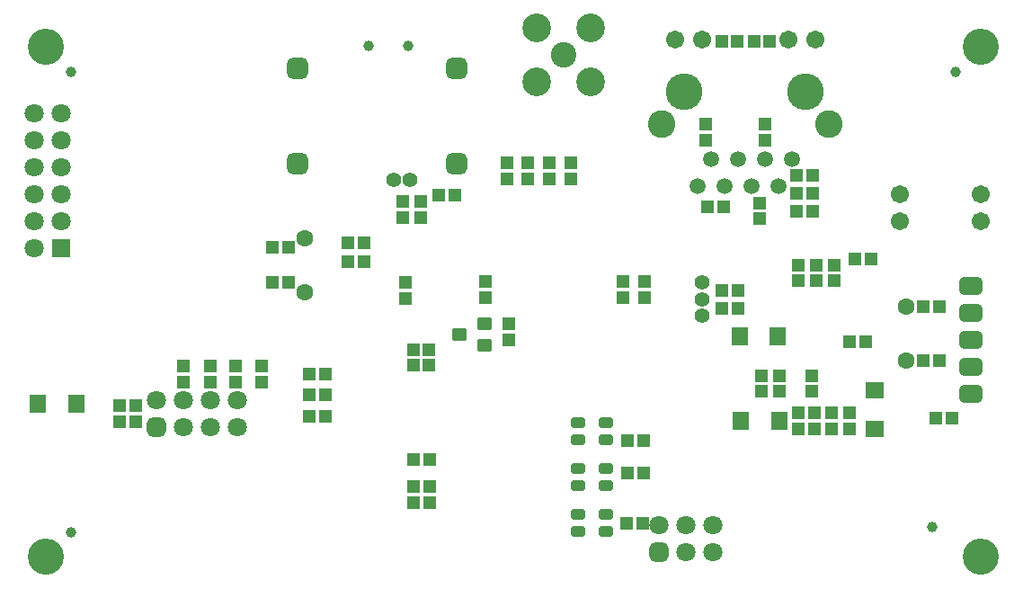
<source format=gbs>
%FSLAX44Y44*%
%MOMM*%
G71*
G01*
G75*
G04 Layer_Color=16711935*
%ADD10C,1.1000*%
%ADD11C,0.4000*%
%ADD12C,0.1500*%
%ADD13C,0.2000*%
%ADD14C,0.3000*%
%ADD15R,1.0000X1.0000*%
%ADD16R,1.0000X1.0000*%
G04:AMPARAMS|DCode=17|XSize=1.2mm|YSize=0.8mm|CornerRadius=0.2mm|HoleSize=0mm|Usage=FLASHONLY|Rotation=180.000|XOffset=0mm|YOffset=0mm|HoleType=Round|Shape=RoundedRectangle|*
%AMROUNDEDRECTD17*
21,1,1.2000,0.4000,0,0,180.0*
21,1,0.8000,0.8000,0,0,180.0*
1,1,0.4000,-0.4000,0.2000*
1,1,0.4000,0.4000,0.2000*
1,1,0.4000,0.4000,-0.2000*
1,1,0.4000,-0.4000,-0.2000*
%
%ADD17ROUNDEDRECTD17*%
%ADD18R,1.8000X1.5000*%
G04:AMPARAMS|DCode=19|XSize=1.5mm|YSize=0.4mm|CornerRadius=0.1mm|HoleSize=0mm|Usage=FLASHONLY|Rotation=90.000|XOffset=0mm|YOffset=0mm|HoleType=Round|Shape=RoundedRectangle|*
%AMROUNDEDRECTD19*
21,1,1.5000,0.2000,0,0,90.0*
21,1,1.3000,0.4000,0,0,90.0*
1,1,0.2000,0.1000,0.6500*
1,1,0.2000,0.1000,-0.6500*
1,1,0.2000,-0.1000,-0.6500*
1,1,0.2000,-0.1000,0.6500*
%
%ADD19ROUNDEDRECTD19*%
G04:AMPARAMS|DCode=20|XSize=1.5mm|YSize=0.38mm|CornerRadius=0.095mm|HoleSize=0mm|Usage=FLASHONLY|Rotation=90.000|XOffset=0mm|YOffset=0mm|HoleType=Round|Shape=RoundedRectangle|*
%AMROUNDEDRECTD20*
21,1,1.5000,0.1900,0,0,90.0*
21,1,1.3100,0.3800,0,0,90.0*
1,1,0.1900,0.0950,0.6550*
1,1,0.1900,0.0950,-0.6550*
1,1,0.1900,-0.0950,-0.6550*
1,1,0.1900,-0.0950,0.6550*
%
%ADD20ROUNDEDRECTD20*%
%ADD21R,1.0000X2.2500*%
%ADD22O,0.6000X1.6000*%
G04:AMPARAMS|DCode=23|XSize=2.8mm|YSize=1.2mm|CornerRadius=0.3mm|HoleSize=0mm|Usage=FLASHONLY|Rotation=270.000|XOffset=0mm|YOffset=0mm|HoleType=Round|Shape=RoundedRectangle|*
%AMROUNDEDRECTD23*
21,1,2.8000,0.6000,0,0,270.0*
21,1,2.2000,1.2000,0,0,270.0*
1,1,0.6000,-0.3000,-1.1000*
1,1,0.6000,-0.3000,1.1000*
1,1,0.6000,0.3000,1.1000*
1,1,0.6000,0.3000,-1.1000*
%
%ADD23ROUNDEDRECTD23*%
G04:AMPARAMS|DCode=24|XSize=1mm|YSize=1.2mm|CornerRadius=0.125mm|HoleSize=0mm|Usage=FLASHONLY|Rotation=180.000|XOffset=0mm|YOffset=0mm|HoleType=Round|Shape=RoundedRectangle|*
%AMROUNDEDRECTD24*
21,1,1.0000,0.9500,0,0,180.0*
21,1,0.7500,1.2000,0,0,180.0*
1,1,0.2500,-0.3750,0.4750*
1,1,0.2500,0.3750,0.4750*
1,1,0.2500,0.3750,-0.4750*
1,1,0.2500,-0.3750,-0.4750*
%
%ADD24ROUNDEDRECTD24*%
%ADD25R,1.3000X1.6000*%
G04:AMPARAMS|DCode=26|XSize=2.5mm|YSize=2.5mm|CornerRadius=0.625mm|HoleSize=0mm|Usage=FLASHONLY|Rotation=180.000|XOffset=0mm|YOffset=0mm|HoleType=Round|Shape=RoundedRectangle|*
%AMROUNDEDRECTD26*
21,1,2.5000,1.2500,0,0,180.0*
21,1,1.2500,2.5000,0,0,180.0*
1,1,1.2500,-0.6250,0.6250*
1,1,1.2500,0.6250,0.6250*
1,1,1.2500,0.6250,-0.6250*
1,1,1.2500,-0.6250,-0.6250*
%
%ADD26ROUNDEDRECTD26*%
G04:AMPARAMS|DCode=27|XSize=0.25mm|YSize=0.85mm|CornerRadius=0.0625mm|HoleSize=0mm|Usage=FLASHONLY|Rotation=180.000|XOffset=0mm|YOffset=0mm|HoleType=Round|Shape=RoundedRectangle|*
%AMROUNDEDRECTD27*
21,1,0.2500,0.7250,0,0,180.0*
21,1,0.1250,0.8500,0,0,180.0*
1,1,0.1250,-0.0625,0.3625*
1,1,0.1250,0.0625,0.3625*
1,1,0.1250,0.0625,-0.3625*
1,1,0.1250,-0.0625,-0.3625*
%
%ADD27ROUNDEDRECTD27*%
G04:AMPARAMS|DCode=28|XSize=0.25mm|YSize=0.85mm|CornerRadius=0.0625mm|HoleSize=0mm|Usage=FLASHONLY|Rotation=270.000|XOffset=0mm|YOffset=0mm|HoleType=Round|Shape=RoundedRectangle|*
%AMROUNDEDRECTD28*
21,1,0.2500,0.7250,0,0,270.0*
21,1,0.1250,0.8500,0,0,270.0*
1,1,0.1250,-0.3625,-0.0625*
1,1,0.1250,-0.3625,0.0625*
1,1,0.1250,0.3625,0.0625*
1,1,0.1250,0.3625,-0.0625*
%
%ADD28ROUNDEDRECTD28*%
%ADD29R,1.6000X1.3000*%
%ADD30O,1.3000X0.4500*%
%ADD31O,1.3000X0.3000*%
%ADD32O,0.3000X1.3000*%
%ADD33R,0.9000X1.2000*%
%ADD34R,1.0000X1.4000*%
%ADD35C,1.0000*%
%ADD36O,1.9500X0.5500*%
%ADD37O,0.5500X1.9500*%
G04:AMPARAMS|DCode=38|XSize=3mm|YSize=1.5mm|CornerRadius=0.375mm|HoleSize=0mm|Usage=FLASHONLY|Rotation=270.000|XOffset=0mm|YOffset=0mm|HoleType=Round|Shape=RoundedRectangle|*
%AMROUNDEDRECTD38*
21,1,3.0000,0.7500,0,0,270.0*
21,1,2.2500,1.5000,0,0,270.0*
1,1,0.7500,-0.3750,-1.1250*
1,1,0.7500,-0.3750,1.1250*
1,1,0.7500,0.3750,1.1250*
1,1,0.7500,0.3750,-1.1250*
%
%ADD38ROUNDEDRECTD38*%
%ADD39O,0.7000X1.7000*%
G04:AMPARAMS|DCode=40|XSize=2mm|YSize=1mm|CornerRadius=0.25mm|HoleSize=0mm|Usage=FLASHONLY|Rotation=270.000|XOffset=0mm|YOffset=0mm|HoleType=Round|Shape=RoundedRectangle|*
%AMROUNDEDRECTD40*
21,1,2.0000,0.5000,0,0,270.0*
21,1,1.5000,1.0000,0,0,270.0*
1,1,0.5000,-0.2500,-0.7500*
1,1,0.5000,-0.2500,0.7500*
1,1,0.5000,0.2500,0.7500*
1,1,0.5000,0.2500,-0.7500*
%
%ADD40ROUNDEDRECTD40*%
G04:AMPARAMS|DCode=41|XSize=2mm|YSize=1mm|CornerRadius=0.25mm|HoleSize=0mm|Usage=FLASHONLY|Rotation=180.000|XOffset=0mm|YOffset=0mm|HoleType=Round|Shape=RoundedRectangle|*
%AMROUNDEDRECTD41*
21,1,2.0000,0.5000,0,0,180.0*
21,1,1.5000,1.0000,0,0,180.0*
1,1,0.5000,-0.7500,0.2500*
1,1,0.5000,0.7500,0.2500*
1,1,0.5000,0.7500,-0.2500*
1,1,0.5000,-0.7500,-0.2500*
%
%ADD41ROUNDEDRECTD41*%
G04:AMPARAMS|DCode=42|XSize=1mm|YSize=0.55mm|CornerRadius=0.1375mm|HoleSize=0mm|Usage=FLASHONLY|Rotation=0.000|XOffset=0mm|YOffset=0mm|HoleType=Round|Shape=RoundedRectangle|*
%AMROUNDEDRECTD42*
21,1,1.0000,0.2750,0,0,0.0*
21,1,0.7250,0.5500,0,0,0.0*
1,1,0.2750,0.3625,-0.1375*
1,1,0.2750,-0.3625,-0.1375*
1,1,0.2750,-0.3625,0.1375*
1,1,0.2750,0.3625,0.1375*
%
%ADD42ROUNDEDRECTD42*%
%ADD43C,0.2500*%
%ADD44C,0.1800*%
%ADD45C,0.5000*%
%ADD46C,0.8000*%
%ADD47C,1.2000*%
%ADD48C,1.6000*%
%ADD49R,1.6000X1.6000*%
%ADD50C,1.4000*%
%ADD51C,3.2000*%
G04:AMPARAMS|DCode=52|XSize=1.5mm|YSize=2mm|CornerRadius=0.375mm|HoleSize=0mm|Usage=FLASHONLY|Rotation=270.000|XOffset=0mm|YOffset=0mm|HoleType=Round|Shape=RoundedRectangle|*
%AMROUNDEDRECTD52*
21,1,1.5000,1.2500,0,0,270.0*
21,1,0.7500,2.0000,0,0,270.0*
1,1,0.7500,-0.6250,-0.3750*
1,1,0.7500,-0.6250,0.3750*
1,1,0.7500,0.6250,0.3750*
1,1,0.7500,0.6250,-0.3750*
%
%ADD52ROUNDEDRECTD52*%
%ADD53C,1.5000*%
%ADD54C,1.3000*%
%ADD55C,3.2500*%
%ADD56C,2.4000*%
%ADD57C,2.5000*%
%ADD58C,2.2000*%
G04:AMPARAMS|DCode=59|XSize=1.6mm|YSize=1.6mm|CornerRadius=0.4mm|HoleSize=0mm|Usage=FLASHONLY|Rotation=180.000|XOffset=0mm|YOffset=0mm|HoleType=Round|Shape=RoundedRectangle|*
%AMROUNDEDRECTD59*
21,1,1.6000,0.8000,0,0,180.0*
21,1,0.8000,1.6000,0,0,180.0*
1,1,0.8000,-0.4000,0.4000*
1,1,0.8000,0.4000,0.4000*
1,1,0.8000,0.4000,-0.4000*
1,1,0.8000,-0.4000,-0.4000*
%
%ADD59ROUNDEDRECTD59*%
%ADD60C,0.6000*%
G04:AMPARAMS|DCode=61|XSize=1mm|YSize=1.2mm|CornerRadius=0.125mm|HoleSize=0mm|Usage=FLASHONLY|Rotation=90.000|XOffset=0mm|YOffset=0mm|HoleType=Round|Shape=RoundedRectangle|*
%AMROUNDEDRECTD61*
21,1,1.0000,0.9500,0,0,90.0*
21,1,0.7500,1.2000,0,0,90.0*
1,1,0.2500,0.4750,0.3750*
1,1,0.2500,0.4750,-0.3750*
1,1,0.2500,-0.4750,-0.3750*
1,1,0.2500,-0.4750,0.3750*
%
%ADD61ROUNDEDRECTD61*%
G04:AMPARAMS|DCode=62|XSize=1.8mm|YSize=1.8mm|CornerRadius=0.45mm|HoleSize=0mm|Usage=FLASHONLY|Rotation=180.000|XOffset=0mm|YOffset=0mm|HoleType=Round|Shape=RoundedRectangle|*
%AMROUNDEDRECTD62*
21,1,1.8000,0.9000,0,0,180.0*
21,1,0.9000,1.8000,0,0,180.0*
1,1,0.9000,-0.4500,0.4500*
1,1,0.9000,0.4500,0.4500*
1,1,0.9000,0.4500,-0.4500*
1,1,0.9000,-0.4500,-0.4500*
%
%ADD62ROUNDEDRECTD62*%
%ADD63C,0.6000*%
%ADD64C,0.8000*%
%ADD65C,0.2540*%
%ADD66C,0.1000*%
%ADD67C,0.7000*%
%ADD68O,2.0500X0.6500*%
%ADD69R,1.2032X1.2032*%
%ADD70R,1.2032X1.2032*%
G04:AMPARAMS|DCode=71|XSize=1.4032mm|YSize=1.0032mm|CornerRadius=0.3016mm|HoleSize=0mm|Usage=FLASHONLY|Rotation=180.000|XOffset=0mm|YOffset=0mm|HoleType=Round|Shape=RoundedRectangle|*
%AMROUNDEDRECTD71*
21,1,1.4032,0.4000,0,0,180.0*
21,1,0.8000,1.0032,0,0,180.0*
1,1,0.6032,-0.4000,0.2000*
1,1,0.6032,0.4000,0.2000*
1,1,0.6032,0.4000,-0.2000*
1,1,0.6032,-0.4000,-0.2000*
%
%ADD71ROUNDEDRECTD71*%
%ADD72R,2.0032X1.7032*%
G04:AMPARAMS|DCode=73|XSize=1.7032mm|YSize=0.6032mm|CornerRadius=0.2016mm|HoleSize=0mm|Usage=FLASHONLY|Rotation=90.000|XOffset=0mm|YOffset=0mm|HoleType=Round|Shape=RoundedRectangle|*
%AMROUNDEDRECTD73*
21,1,1.7032,0.2000,0,0,90.0*
21,1,1.3000,0.6032,0,0,90.0*
1,1,0.4032,0.1000,0.6500*
1,1,0.4032,0.1000,-0.6500*
1,1,0.4032,-0.1000,-0.6500*
1,1,0.4032,-0.1000,0.6500*
%
%ADD73ROUNDEDRECTD73*%
G04:AMPARAMS|DCode=74|XSize=1.7032mm|YSize=0.5832mm|CornerRadius=0.1966mm|HoleSize=0mm|Usage=FLASHONLY|Rotation=90.000|XOffset=0mm|YOffset=0mm|HoleType=Round|Shape=RoundedRectangle|*
%AMROUNDEDRECTD74*
21,1,1.7032,0.1900,0,0,90.0*
21,1,1.3100,0.5832,0,0,90.0*
1,1,0.3932,0.0950,0.6550*
1,1,0.3932,0.0950,-0.6550*
1,1,0.3932,-0.0950,-0.6550*
1,1,0.3932,-0.0950,0.6550*
%
%ADD74ROUNDEDRECTD74*%
%ADD75R,1.2032X2.4532*%
%ADD76O,0.8032X1.8032*%
G04:AMPARAMS|DCode=77|XSize=3.0032mm|YSize=1.4032mm|CornerRadius=0.4016mm|HoleSize=0mm|Usage=FLASHONLY|Rotation=270.000|XOffset=0mm|YOffset=0mm|HoleType=Round|Shape=RoundedRectangle|*
%AMROUNDEDRECTD77*
21,1,3.0032,0.6000,0,0,270.0*
21,1,2.2000,1.4032,0,0,270.0*
1,1,0.8032,-0.3000,-1.1000*
1,1,0.8032,-0.3000,1.1000*
1,1,0.8032,0.3000,1.1000*
1,1,0.8032,0.3000,-1.1000*
%
%ADD77ROUNDEDRECTD77*%
G04:AMPARAMS|DCode=78|XSize=1.2032mm|YSize=1.4032mm|CornerRadius=0.2266mm|HoleSize=0mm|Usage=FLASHONLY|Rotation=180.000|XOffset=0mm|YOffset=0mm|HoleType=Round|Shape=RoundedRectangle|*
%AMROUNDEDRECTD78*
21,1,1.2032,0.9500,0,0,180.0*
21,1,0.7500,1.4032,0,0,180.0*
1,1,0.4532,-0.3750,0.4750*
1,1,0.4532,0.3750,0.4750*
1,1,0.4532,0.3750,-0.4750*
1,1,0.4532,-0.3750,-0.4750*
%
%ADD78ROUNDEDRECTD78*%
%ADD79R,1.5032X1.8032*%
G04:AMPARAMS|DCode=80|XSize=2.7032mm|YSize=2.7032mm|CornerRadius=0.7266mm|HoleSize=0mm|Usage=FLASHONLY|Rotation=180.000|XOffset=0mm|YOffset=0mm|HoleType=Round|Shape=RoundedRectangle|*
%AMROUNDEDRECTD80*
21,1,2.7032,1.2500,0,0,180.0*
21,1,1.2500,2.7032,0,0,180.0*
1,1,1.4532,-0.6250,0.6250*
1,1,1.4532,0.6250,0.6250*
1,1,1.4532,0.6250,-0.6250*
1,1,1.4532,-0.6250,-0.6250*
%
%ADD80ROUNDEDRECTD80*%
G04:AMPARAMS|DCode=81|XSize=0.4532mm|YSize=1.0532mm|CornerRadius=0.1641mm|HoleSize=0mm|Usage=FLASHONLY|Rotation=180.000|XOffset=0mm|YOffset=0mm|HoleType=Round|Shape=RoundedRectangle|*
%AMROUNDEDRECTD81*
21,1,0.4532,0.7250,0,0,180.0*
21,1,0.1250,1.0532,0,0,180.0*
1,1,0.3282,-0.0625,0.3625*
1,1,0.3282,0.0625,0.3625*
1,1,0.3282,0.0625,-0.3625*
1,1,0.3282,-0.0625,-0.3625*
%
%ADD81ROUNDEDRECTD81*%
G04:AMPARAMS|DCode=82|XSize=0.4532mm|YSize=1.0532mm|CornerRadius=0.1641mm|HoleSize=0mm|Usage=FLASHONLY|Rotation=270.000|XOffset=0mm|YOffset=0mm|HoleType=Round|Shape=RoundedRectangle|*
%AMROUNDEDRECTD82*
21,1,0.4532,0.7250,0,0,270.0*
21,1,0.1250,1.0532,0,0,270.0*
1,1,0.3282,-0.3625,-0.0625*
1,1,0.3282,-0.3625,0.0625*
1,1,0.3282,0.3625,0.0625*
1,1,0.3282,0.3625,-0.0625*
%
%ADD82ROUNDEDRECTD82*%
%ADD83R,1.8032X1.5032*%
%ADD84O,1.5032X0.6532*%
%ADD85O,1.5032X0.5032*%
%ADD86O,0.5032X1.5032*%
%ADD87R,1.1032X1.4032*%
%ADD88R,1.2032X1.6032*%
%ADD89O,0.6500X2.0500*%
G04:AMPARAMS|DCode=90|XSize=3.2032mm|YSize=1.7032mm|CornerRadius=0.4766mm|HoleSize=0mm|Usage=FLASHONLY|Rotation=270.000|XOffset=0mm|YOffset=0mm|HoleType=Round|Shape=RoundedRectangle|*
%AMROUNDEDRECTD90*
21,1,3.2032,0.7500,0,0,270.0*
21,1,2.2500,1.7032,0,0,270.0*
1,1,0.9532,-0.3750,-1.1250*
1,1,0.9532,-0.3750,1.1250*
1,1,0.9532,0.3750,1.1250*
1,1,0.9532,0.3750,-1.1250*
%
%ADD90ROUNDEDRECTD90*%
%ADD91O,0.9032X1.9032*%
G04:AMPARAMS|DCode=92|XSize=2.2032mm|YSize=1.2032mm|CornerRadius=0.3516mm|HoleSize=0mm|Usage=FLASHONLY|Rotation=270.000|XOffset=0mm|YOffset=0mm|HoleType=Round|Shape=RoundedRectangle|*
%AMROUNDEDRECTD92*
21,1,2.2032,0.5000,0,0,270.0*
21,1,1.5000,1.2032,0,0,270.0*
1,1,0.7032,-0.2500,-0.7500*
1,1,0.7032,-0.2500,0.7500*
1,1,0.7032,0.2500,0.7500*
1,1,0.7032,0.2500,-0.7500*
%
%ADD92ROUNDEDRECTD92*%
G04:AMPARAMS|DCode=93|XSize=2.2032mm|YSize=1.2032mm|CornerRadius=0.3516mm|HoleSize=0mm|Usage=FLASHONLY|Rotation=180.000|XOffset=0mm|YOffset=0mm|HoleType=Round|Shape=RoundedRectangle|*
%AMROUNDEDRECTD93*
21,1,2.2032,0.5000,0,0,180.0*
21,1,1.5000,1.2032,0,0,180.0*
1,1,0.7032,-0.7500,0.2500*
1,1,0.7032,0.7500,0.2500*
1,1,0.7032,0.7500,-0.2500*
1,1,0.7032,-0.7500,-0.2500*
%
%ADD93ROUNDEDRECTD93*%
G04:AMPARAMS|DCode=94|XSize=1.2032mm|YSize=0.7532mm|CornerRadius=0.2391mm|HoleSize=0mm|Usage=FLASHONLY|Rotation=0.000|XOffset=0mm|YOffset=0mm|HoleType=Round|Shape=RoundedRectangle|*
%AMROUNDEDRECTD94*
21,1,1.2032,0.2750,0,0,0.0*
21,1,0.7250,0.7532,0,0,0.0*
1,1,0.4782,0.3625,-0.1375*
1,1,0.4782,-0.3625,-0.1375*
1,1,0.4782,-0.3625,0.1375*
1,1,0.4782,0.3625,0.1375*
%
%ADD94ROUNDEDRECTD94*%
%ADD95C,1.0032*%
%ADD96C,1.4032*%
%ADD97C,1.8032*%
%ADD98R,1.8032X1.8032*%
%ADD99C,1.6032*%
%ADD100C,3.4032*%
G04:AMPARAMS|DCode=101|XSize=1.7032mm|YSize=2.2032mm|CornerRadius=0.4766mm|HoleSize=0mm|Usage=FLASHONLY|Rotation=270.000|XOffset=0mm|YOffset=0mm|HoleType=Round|Shape=RoundedRectangle|*
%AMROUNDEDRECTD101*
21,1,1.7032,1.2500,0,0,270.0*
21,1,0.7500,2.2032,0,0,270.0*
1,1,0.9532,-0.6250,-0.3750*
1,1,0.9532,-0.6250,0.3750*
1,1,0.9532,0.6250,0.3750*
1,1,0.9532,0.6250,-0.3750*
%
%ADD101ROUNDEDRECTD101*%
%ADD102C,1.7032*%
%ADD103C,1.5032*%
%ADD104C,3.4532*%
%ADD105C,2.6032*%
%ADD106C,2.7032*%
%ADD107C,2.4032*%
G04:AMPARAMS|DCode=108|XSize=1.8032mm|YSize=1.8032mm|CornerRadius=0.5016mm|HoleSize=0mm|Usage=FLASHONLY|Rotation=180.000|XOffset=0mm|YOffset=0mm|HoleType=Round|Shape=RoundedRectangle|*
%AMROUNDEDRECTD108*
21,1,1.8032,0.8000,0,0,180.0*
21,1,0.8000,1.8032,0,0,180.0*
1,1,1.0032,-0.4000,0.4000*
1,1,1.0032,0.4000,0.4000*
1,1,1.0032,0.4000,-0.4000*
1,1,1.0032,-0.4000,-0.4000*
%
%ADD108ROUNDEDRECTD108*%
G04:AMPARAMS|DCode=109|XSize=1.2032mm|YSize=1.4032mm|CornerRadius=0.2266mm|HoleSize=0mm|Usage=FLASHONLY|Rotation=90.000|XOffset=0mm|YOffset=0mm|HoleType=Round|Shape=RoundedRectangle|*
%AMROUNDEDRECTD109*
21,1,1.2032,0.9500,0,0,90.0*
21,1,0.7500,1.4032,0,0,90.0*
1,1,0.4532,0.4750,0.3750*
1,1,0.4532,0.4750,-0.3750*
1,1,0.4532,-0.4750,-0.3750*
1,1,0.4532,-0.4750,0.3750*
%
%ADD109ROUNDEDRECTD109*%
G04:AMPARAMS|DCode=110|XSize=2.0032mm|YSize=2.0032mm|CornerRadius=0.5516mm|HoleSize=0mm|Usage=FLASHONLY|Rotation=180.000|XOffset=0mm|YOffset=0mm|HoleType=Round|Shape=RoundedRectangle|*
%AMROUNDEDRECTD110*
21,1,2.0032,0.9000,0,0,180.0*
21,1,0.9000,2.0032,0,0,180.0*
1,1,1.1032,-0.4500,0.4500*
1,1,1.1032,0.4500,0.4500*
1,1,1.1032,0.4500,-0.4500*
1,1,1.1032,-0.4500,-0.4500*
%
%ADD110ROUNDEDRECTD110*%
D35*
X47526Y55492D02*
D03*
X47272Y489254D02*
D03*
X881034Y489508D02*
D03*
X859056Y61080D02*
D03*
D69*
X459768Y251968D02*
D03*
Y236968D02*
D03*
X780570Y168100D02*
D03*
X780570Y153100D02*
D03*
X764060Y168100D02*
D03*
Y153100D02*
D03*
X377202Y352030D02*
D03*
Y367030D02*
D03*
X360200Y367030D02*
D03*
Y352030D02*
D03*
X93500Y175006D02*
D03*
Y160006D02*
D03*
X108740Y175006D02*
D03*
Y160006D02*
D03*
X745010Y203200D02*
D03*
X745010Y188200D02*
D03*
X749313Y292340D02*
D03*
Y307340D02*
D03*
X766315Y292340D02*
D03*
X766315Y307340D02*
D03*
X698020Y203200D02*
D03*
Y188200D02*
D03*
X715023Y203200D02*
D03*
X715023Y188200D02*
D03*
X732250Y153100D02*
D03*
Y168100D02*
D03*
X747550D02*
D03*
X747550Y153100D02*
D03*
X696496Y365760D02*
D03*
Y350760D02*
D03*
X645696Y439674D02*
D03*
Y424674D02*
D03*
X701576Y439674D02*
D03*
Y424674D02*
D03*
X732310Y292340D02*
D03*
Y307340D02*
D03*
X567718Y276846D02*
D03*
Y291846D02*
D03*
X588038Y276846D02*
D03*
Y291846D02*
D03*
X438178Y291846D02*
D03*
Y276846D02*
D03*
X362740Y275830D02*
D03*
Y290830D02*
D03*
X518188Y388606D02*
D03*
Y403606D02*
D03*
X497868Y388606D02*
D03*
Y403606D02*
D03*
X477548Y388606D02*
D03*
Y403606D02*
D03*
X458498Y388606D02*
D03*
Y403606D02*
D03*
X153444Y197344D02*
D03*
X153444Y212344D02*
D03*
X178844Y197344D02*
D03*
Y212344D02*
D03*
X202974Y197344D02*
D03*
Y212344D02*
D03*
X227104Y197344D02*
D03*
Y212344D02*
D03*
D70*
X394205Y373506D02*
D03*
X409205D02*
D03*
X385226Y124072D02*
D03*
X370226D02*
D03*
X287436Y164458D02*
D03*
X272436D02*
D03*
X287436Y185286D02*
D03*
X272436D02*
D03*
X287436Y204590D02*
D03*
X272436D02*
D03*
X384838Y227463D02*
D03*
X369838Y227463D02*
D03*
X384838Y212718D02*
D03*
X369838Y212718D02*
D03*
X385226Y83940D02*
D03*
X370226D02*
D03*
X385226Y99180D02*
D03*
X370226D02*
D03*
X780690Y235070D02*
D03*
X795690D02*
D03*
X801024Y313302D02*
D03*
X786024Y313302D02*
D03*
X237130Y290696D02*
D03*
X252130D02*
D03*
X237130Y323970D02*
D03*
X252130D02*
D03*
X660294Y518280D02*
D03*
X675294D02*
D03*
X705774D02*
D03*
X690774D02*
D03*
X745787Y357781D02*
D03*
X730787D02*
D03*
X745787Y374784D02*
D03*
X730787D02*
D03*
X745787Y391786D02*
D03*
X730787D02*
D03*
X850540Y217290D02*
D03*
X865540Y217290D02*
D03*
X865540Y268090D02*
D03*
X850540Y268090D02*
D03*
X675802Y266073D02*
D03*
X660802D02*
D03*
X323250Y327817D02*
D03*
X308250D02*
D03*
X660802Y283076D02*
D03*
X675802D02*
D03*
X323250Y310815D02*
D03*
X308250D02*
D03*
X647340Y362070D02*
D03*
X662340Y362070D02*
D03*
X571902Y141598D02*
D03*
X586902D02*
D03*
X571902Y111356D02*
D03*
X586902Y111356D02*
D03*
X571133Y64382D02*
D03*
X586133D02*
D03*
X862224Y163442D02*
D03*
X877224D02*
D03*
D71*
X524754Y158742D02*
D03*
Y142742D02*
D03*
X551754D02*
D03*
Y158742D02*
D03*
X524754Y115562D02*
D03*
Y99562D02*
D03*
X551754D02*
D03*
Y115562D02*
D03*
X524754Y72382D02*
D03*
Y56382D02*
D03*
X551754D02*
D03*
Y72382D02*
D03*
D79*
X52318Y176396D02*
D03*
X16318D02*
D03*
X678750Y160664D02*
D03*
X714750D02*
D03*
X713480Y240150D02*
D03*
X677480D02*
D03*
D83*
X804296Y153316D02*
D03*
Y189316D02*
D03*
D95*
X327484Y513454D02*
D03*
X365484D02*
D03*
D96*
X367058Y387724D02*
D03*
X351818D02*
D03*
X641886Y274948D02*
D03*
Y259454D02*
D03*
Y291086D02*
D03*
D97*
X12728Y449954D02*
D03*
X38128Y449954D02*
D03*
X12728Y373754D02*
D03*
X38128D02*
D03*
X12728Y348354D02*
D03*
X38128Y348354D02*
D03*
X12728Y322954D02*
D03*
X38128Y399154D02*
D03*
X12728D02*
D03*
X12728Y424554D02*
D03*
X38128Y424554D02*
D03*
X153410Y180200D02*
D03*
Y154800D02*
D03*
X128010Y180200D02*
D03*
X178810Y154800D02*
D03*
Y180200D02*
D03*
X204210Y154800D02*
D03*
Y180200D02*
D03*
X652300Y62350D02*
D03*
X626900D02*
D03*
X601500D02*
D03*
X626900Y36950D02*
D03*
X652300D02*
D03*
D98*
X38128Y322954D02*
D03*
D99*
X267490Y332860D02*
D03*
Y281860D02*
D03*
X834398Y268090D02*
D03*
Y217090D02*
D03*
D100*
X904280Y32500D02*
D03*
Y512500D02*
D03*
X24280D02*
D03*
Y32500D02*
D03*
D101*
X895124Y287648D02*
D03*
X895124Y262248D02*
D03*
Y186048D02*
D03*
X895124Y211448D02*
D03*
X895124Y236848D02*
D03*
D102*
X616276Y519462D02*
D03*
X748776D02*
D03*
X723376D02*
D03*
X641676D02*
D03*
X904268Y374008D02*
D03*
X828068Y348608D02*
D03*
Y374008D02*
D03*
X904268Y348608D02*
D03*
D103*
X726976Y406962D02*
D03*
X701576D02*
D03*
X714276Y381562D02*
D03*
X638076D02*
D03*
X663476D02*
D03*
X650776Y406962D02*
D03*
X676176D02*
D03*
X688876Y381562D02*
D03*
D104*
X739676Y470462D02*
D03*
X625376D02*
D03*
D105*
X761276Y439962D02*
D03*
X603776D02*
D03*
D106*
X485909Y479510D02*
D03*
X536709D02*
D03*
Y530310D02*
D03*
X485909D02*
D03*
D107*
X511309Y504910D02*
D03*
D108*
X128010Y154800D02*
D03*
X601500Y36950D02*
D03*
D109*
X437478Y231928D02*
D03*
X413478Y241928D02*
D03*
X437478Y251928D02*
D03*
D110*
X410816Y492668D02*
D03*
Y402668D02*
D03*
X260816D02*
D03*
Y492668D02*
D03*
M02*

</source>
